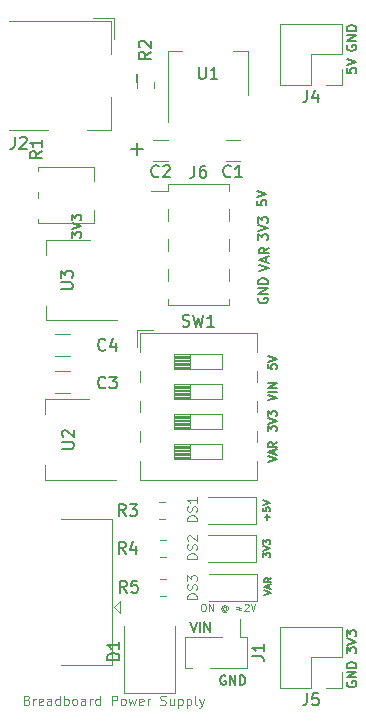
<source format=gto>
G04 #@! TF.GenerationSoftware,KiCad,Pcbnew,(5.1.4)-1*
G04 #@! TF.CreationDate,2021-06-12T17:19:05+05:30*
G04 #@! TF.ProjectId,Breadboard_Power_Supply,42726561-6462-46f6-9172-645f506f7765,1*
G04 #@! TF.SameCoordinates,Original*
G04 #@! TF.FileFunction,Legend,Top*
G04 #@! TF.FilePolarity,Positive*
%FSLAX46Y46*%
G04 Gerber Fmt 4.6, Leading zero omitted, Abs format (unit mm)*
G04 Created by KiCad (PCBNEW (5.1.4)-1) date 2021-06-12 17:19:05*
%MOMM*%
%LPD*%
G04 APERTURE LIST*
%ADD10C,0.080000*%
%ADD11C,0.100000*%
%ADD12C,0.150000*%
%ADD13C,0.120000*%
G04 APERTURE END LIST*
D10*
X149071428Y-110521428D02*
X149185714Y-110521428D01*
X149242857Y-110550000D01*
X149300000Y-110607142D01*
X149328571Y-110721428D01*
X149328571Y-110921428D01*
X149300000Y-111035714D01*
X149242857Y-111092857D01*
X149185714Y-111121428D01*
X149071428Y-111121428D01*
X149014285Y-111092857D01*
X148957142Y-111035714D01*
X148928571Y-110921428D01*
X148928571Y-110721428D01*
X148957142Y-110607142D01*
X149014285Y-110550000D01*
X149071428Y-110521428D01*
X149585714Y-111121428D02*
X149585714Y-110521428D01*
X149928571Y-111121428D01*
X149928571Y-110521428D01*
X151042857Y-110835714D02*
X151014285Y-110807142D01*
X150957142Y-110778571D01*
X150900000Y-110778571D01*
X150842857Y-110807142D01*
X150814285Y-110835714D01*
X150785714Y-110892857D01*
X150785714Y-110950000D01*
X150814285Y-111007142D01*
X150842857Y-111035714D01*
X150900000Y-111064285D01*
X150957142Y-111064285D01*
X151014285Y-111035714D01*
X151042857Y-111007142D01*
X151042857Y-110778571D02*
X151042857Y-111007142D01*
X151071428Y-111035714D01*
X151100000Y-111035714D01*
X151157142Y-111007142D01*
X151185714Y-110950000D01*
X151185714Y-110807142D01*
X151128571Y-110721428D01*
X151042857Y-110664285D01*
X150928571Y-110635714D01*
X150814285Y-110664285D01*
X150728571Y-110721428D01*
X150671428Y-110807142D01*
X150642857Y-110921428D01*
X150671428Y-111035714D01*
X150728571Y-111121428D01*
X150814285Y-111178571D01*
X150928571Y-111207142D01*
X151042857Y-111178571D01*
X151128571Y-111121428D01*
X151900000Y-110978571D02*
X151928571Y-110950000D01*
X152014285Y-110921428D01*
X152100000Y-110950000D01*
X152157142Y-111007142D01*
X152242857Y-111035714D01*
X152328571Y-111007142D01*
X152357142Y-110978571D01*
X151900000Y-110807142D02*
X151928571Y-110778571D01*
X152014285Y-110750000D01*
X152100000Y-110778571D01*
X152157142Y-110835714D01*
X152242857Y-110864285D01*
X152328571Y-110835714D01*
X152357142Y-110807142D01*
X152614285Y-110578571D02*
X152642857Y-110550000D01*
X152700000Y-110521428D01*
X152842857Y-110521428D01*
X152900000Y-110550000D01*
X152928571Y-110578571D01*
X152957142Y-110635714D01*
X152957142Y-110692857D01*
X152928571Y-110778571D01*
X152585714Y-111121428D01*
X152957142Y-111121428D01*
X153128571Y-110521428D02*
X153328571Y-111121428D01*
X153528571Y-110521428D01*
D11*
X134185714Y-118642857D02*
X134300000Y-118680952D01*
X134338095Y-118719047D01*
X134376190Y-118795238D01*
X134376190Y-118909523D01*
X134338095Y-118985714D01*
X134300000Y-119023809D01*
X134223809Y-119061904D01*
X133919047Y-119061904D01*
X133919047Y-118261904D01*
X134185714Y-118261904D01*
X134261904Y-118300000D01*
X134300000Y-118338095D01*
X134338095Y-118414285D01*
X134338095Y-118490476D01*
X134300000Y-118566666D01*
X134261904Y-118604761D01*
X134185714Y-118642857D01*
X133919047Y-118642857D01*
X134719047Y-119061904D02*
X134719047Y-118528571D01*
X134719047Y-118680952D02*
X134757142Y-118604761D01*
X134795238Y-118566666D01*
X134871428Y-118528571D01*
X134947619Y-118528571D01*
X135519047Y-119023809D02*
X135442857Y-119061904D01*
X135290476Y-119061904D01*
X135214285Y-119023809D01*
X135176190Y-118947619D01*
X135176190Y-118642857D01*
X135214285Y-118566666D01*
X135290476Y-118528571D01*
X135442857Y-118528571D01*
X135519047Y-118566666D01*
X135557142Y-118642857D01*
X135557142Y-118719047D01*
X135176190Y-118795238D01*
X136242857Y-119061904D02*
X136242857Y-118642857D01*
X136204761Y-118566666D01*
X136128571Y-118528571D01*
X135976190Y-118528571D01*
X135900000Y-118566666D01*
X136242857Y-119023809D02*
X136166666Y-119061904D01*
X135976190Y-119061904D01*
X135900000Y-119023809D01*
X135861904Y-118947619D01*
X135861904Y-118871428D01*
X135900000Y-118795238D01*
X135976190Y-118757142D01*
X136166666Y-118757142D01*
X136242857Y-118719047D01*
X136966666Y-119061904D02*
X136966666Y-118261904D01*
X136966666Y-119023809D02*
X136890476Y-119061904D01*
X136738095Y-119061904D01*
X136661904Y-119023809D01*
X136623809Y-118985714D01*
X136585714Y-118909523D01*
X136585714Y-118680952D01*
X136623809Y-118604761D01*
X136661904Y-118566666D01*
X136738095Y-118528571D01*
X136890476Y-118528571D01*
X136966666Y-118566666D01*
X137347619Y-119061904D02*
X137347619Y-118261904D01*
X137347619Y-118566666D02*
X137423809Y-118528571D01*
X137576190Y-118528571D01*
X137652380Y-118566666D01*
X137690476Y-118604761D01*
X137728571Y-118680952D01*
X137728571Y-118909523D01*
X137690476Y-118985714D01*
X137652380Y-119023809D01*
X137576190Y-119061904D01*
X137423809Y-119061904D01*
X137347619Y-119023809D01*
X138185714Y-119061904D02*
X138109523Y-119023809D01*
X138071428Y-118985714D01*
X138033333Y-118909523D01*
X138033333Y-118680952D01*
X138071428Y-118604761D01*
X138109523Y-118566666D01*
X138185714Y-118528571D01*
X138300000Y-118528571D01*
X138376190Y-118566666D01*
X138414285Y-118604761D01*
X138452380Y-118680952D01*
X138452380Y-118909523D01*
X138414285Y-118985714D01*
X138376190Y-119023809D01*
X138300000Y-119061904D01*
X138185714Y-119061904D01*
X139138095Y-119061904D02*
X139138095Y-118642857D01*
X139100000Y-118566666D01*
X139023809Y-118528571D01*
X138871428Y-118528571D01*
X138795238Y-118566666D01*
X139138095Y-119023809D02*
X139061904Y-119061904D01*
X138871428Y-119061904D01*
X138795238Y-119023809D01*
X138757142Y-118947619D01*
X138757142Y-118871428D01*
X138795238Y-118795238D01*
X138871428Y-118757142D01*
X139061904Y-118757142D01*
X139138095Y-118719047D01*
X139519047Y-119061904D02*
X139519047Y-118528571D01*
X139519047Y-118680952D02*
X139557142Y-118604761D01*
X139595238Y-118566666D01*
X139671428Y-118528571D01*
X139747619Y-118528571D01*
X140357142Y-119061904D02*
X140357142Y-118261904D01*
X140357142Y-119023809D02*
X140280952Y-119061904D01*
X140128571Y-119061904D01*
X140052380Y-119023809D01*
X140014285Y-118985714D01*
X139976190Y-118909523D01*
X139976190Y-118680952D01*
X140014285Y-118604761D01*
X140052380Y-118566666D01*
X140128571Y-118528571D01*
X140280952Y-118528571D01*
X140357142Y-118566666D01*
X141347619Y-119061904D02*
X141347619Y-118261904D01*
X141652380Y-118261904D01*
X141728571Y-118300000D01*
X141766666Y-118338095D01*
X141804761Y-118414285D01*
X141804761Y-118528571D01*
X141766666Y-118604761D01*
X141728571Y-118642857D01*
X141652380Y-118680952D01*
X141347619Y-118680952D01*
X142261904Y-119061904D02*
X142185714Y-119023809D01*
X142147619Y-118985714D01*
X142109523Y-118909523D01*
X142109523Y-118680952D01*
X142147619Y-118604761D01*
X142185714Y-118566666D01*
X142261904Y-118528571D01*
X142376190Y-118528571D01*
X142452380Y-118566666D01*
X142490476Y-118604761D01*
X142528571Y-118680952D01*
X142528571Y-118909523D01*
X142490476Y-118985714D01*
X142452380Y-119023809D01*
X142376190Y-119061904D01*
X142261904Y-119061904D01*
X142795238Y-118528571D02*
X142947619Y-119061904D01*
X143100000Y-118680952D01*
X143252380Y-119061904D01*
X143404761Y-118528571D01*
X144014285Y-119023809D02*
X143938095Y-119061904D01*
X143785714Y-119061904D01*
X143709523Y-119023809D01*
X143671428Y-118947619D01*
X143671428Y-118642857D01*
X143709523Y-118566666D01*
X143785714Y-118528571D01*
X143938095Y-118528571D01*
X144014285Y-118566666D01*
X144052380Y-118642857D01*
X144052380Y-118719047D01*
X143671428Y-118795238D01*
X144395238Y-119061904D02*
X144395238Y-118528571D01*
X144395238Y-118680952D02*
X144433333Y-118604761D01*
X144471428Y-118566666D01*
X144547619Y-118528571D01*
X144623809Y-118528571D01*
X145461904Y-119023809D02*
X145576190Y-119061904D01*
X145766666Y-119061904D01*
X145842857Y-119023809D01*
X145880952Y-118985714D01*
X145919047Y-118909523D01*
X145919047Y-118833333D01*
X145880952Y-118757142D01*
X145842857Y-118719047D01*
X145766666Y-118680952D01*
X145614285Y-118642857D01*
X145538095Y-118604761D01*
X145500000Y-118566666D01*
X145461904Y-118490476D01*
X145461904Y-118414285D01*
X145500000Y-118338095D01*
X145538095Y-118300000D01*
X145614285Y-118261904D01*
X145804761Y-118261904D01*
X145919047Y-118300000D01*
X146604761Y-118528571D02*
X146604761Y-119061904D01*
X146261904Y-118528571D02*
X146261904Y-118947619D01*
X146300000Y-119023809D01*
X146376190Y-119061904D01*
X146490476Y-119061904D01*
X146566666Y-119023809D01*
X146604761Y-118985714D01*
X146985714Y-118528571D02*
X146985714Y-119328571D01*
X146985714Y-118566666D02*
X147061904Y-118528571D01*
X147214285Y-118528571D01*
X147290476Y-118566666D01*
X147328571Y-118604761D01*
X147366666Y-118680952D01*
X147366666Y-118909523D01*
X147328571Y-118985714D01*
X147290476Y-119023809D01*
X147214285Y-119061904D01*
X147061904Y-119061904D01*
X146985714Y-119023809D01*
X147709523Y-118528571D02*
X147709523Y-119328571D01*
X147709523Y-118566666D02*
X147785714Y-118528571D01*
X147938095Y-118528571D01*
X148014285Y-118566666D01*
X148052380Y-118604761D01*
X148090476Y-118680952D01*
X148090476Y-118909523D01*
X148052380Y-118985714D01*
X148014285Y-119023809D01*
X147938095Y-119061904D01*
X147785714Y-119061904D01*
X147709523Y-119023809D01*
X148547619Y-119061904D02*
X148471428Y-119023809D01*
X148433333Y-118947619D01*
X148433333Y-118261904D01*
X148776190Y-118528571D02*
X148966666Y-119061904D01*
X149157142Y-118528571D02*
X148966666Y-119061904D01*
X148890476Y-119252380D01*
X148852380Y-119290476D01*
X148776190Y-119328571D01*
D12*
X137961904Y-79490476D02*
X137961904Y-78995238D01*
X138266666Y-79261904D01*
X138266666Y-79147619D01*
X138304761Y-79071428D01*
X138342857Y-79033333D01*
X138419047Y-78995238D01*
X138609523Y-78995238D01*
X138685714Y-79033333D01*
X138723809Y-79071428D01*
X138761904Y-79147619D01*
X138761904Y-79376190D01*
X138723809Y-79452380D01*
X138685714Y-79490476D01*
X137961904Y-78766666D02*
X138761904Y-78500000D01*
X137961904Y-78233333D01*
X137961904Y-78042857D02*
X137961904Y-77547619D01*
X138266666Y-77814285D01*
X138266666Y-77700000D01*
X138304761Y-77623809D01*
X138342857Y-77585714D01*
X138419047Y-77547619D01*
X138609523Y-77547619D01*
X138685714Y-77585714D01*
X138723809Y-77623809D01*
X138761904Y-77700000D01*
X138761904Y-77928571D01*
X138723809Y-78004761D01*
X138685714Y-78042857D01*
X153861904Y-82309523D02*
X154661904Y-82042857D01*
X153861904Y-81776190D01*
X154433333Y-81547619D02*
X154433333Y-81166666D01*
X154661904Y-81623809D02*
X153861904Y-81357142D01*
X154661904Y-81090476D01*
X154661904Y-80366666D02*
X154280952Y-80633333D01*
X154661904Y-80823809D02*
X153861904Y-80823809D01*
X153861904Y-80519047D01*
X153900000Y-80442857D01*
X153938095Y-80404761D01*
X154014285Y-80366666D01*
X154128571Y-80366666D01*
X154204761Y-80404761D01*
X154242857Y-80442857D01*
X154280952Y-80519047D01*
X154280952Y-80823809D01*
X154616666Y-98483333D02*
X155316666Y-98250000D01*
X154616666Y-98016666D01*
X155116666Y-97816666D02*
X155116666Y-97483333D01*
X155316666Y-97883333D02*
X154616666Y-97650000D01*
X155316666Y-97416666D01*
X155316666Y-96783333D02*
X154983333Y-97016666D01*
X155316666Y-97183333D02*
X154616666Y-97183333D01*
X154616666Y-96916666D01*
X154650000Y-96850000D01*
X154683333Y-96816666D01*
X154750000Y-96783333D01*
X154850000Y-96783333D01*
X154916666Y-96816666D01*
X154950000Y-96850000D01*
X154983333Y-96916666D01*
X154983333Y-97183333D01*
X154271428Y-109757142D02*
X154871428Y-109557142D01*
X154271428Y-109357142D01*
X154700000Y-109185714D02*
X154700000Y-108900000D01*
X154871428Y-109242857D02*
X154271428Y-109042857D01*
X154871428Y-108842857D01*
X154871428Y-108300000D02*
X154585714Y-108500000D01*
X154871428Y-108642857D02*
X154271428Y-108642857D01*
X154271428Y-108414285D01*
X154300000Y-108357142D01*
X154328571Y-108328571D01*
X154385714Y-108300000D01*
X154471428Y-108300000D01*
X154528571Y-108328571D01*
X154557142Y-108357142D01*
X154585714Y-108414285D01*
X154585714Y-108642857D01*
X154542857Y-103371428D02*
X154542857Y-102914285D01*
X154771428Y-103142857D02*
X154314285Y-103142857D01*
X154171428Y-102342857D02*
X154171428Y-102628571D01*
X154457142Y-102657142D01*
X154428571Y-102628571D01*
X154400000Y-102571428D01*
X154400000Y-102428571D01*
X154428571Y-102371428D01*
X154457142Y-102342857D01*
X154514285Y-102314285D01*
X154657142Y-102314285D01*
X154714285Y-102342857D01*
X154742857Y-102371428D01*
X154771428Y-102428571D01*
X154771428Y-102571428D01*
X154742857Y-102628571D01*
X154714285Y-102657142D01*
X154171428Y-102142857D02*
X154771428Y-101942857D01*
X154171428Y-101742857D01*
X154171428Y-106542857D02*
X154171428Y-106171428D01*
X154400000Y-106371428D01*
X154400000Y-106285714D01*
X154428571Y-106228571D01*
X154457142Y-106200000D01*
X154514285Y-106171428D01*
X154657142Y-106171428D01*
X154714285Y-106200000D01*
X154742857Y-106228571D01*
X154771428Y-106285714D01*
X154771428Y-106457142D01*
X154742857Y-106514285D01*
X154714285Y-106542857D01*
X154171428Y-106000000D02*
X154771428Y-105800000D01*
X154171428Y-105600000D01*
X154171428Y-105457142D02*
X154171428Y-105085714D01*
X154400000Y-105285714D01*
X154400000Y-105200000D01*
X154428571Y-105142857D01*
X154457142Y-105114285D01*
X154514285Y-105085714D01*
X154657142Y-105085714D01*
X154714285Y-105114285D01*
X154742857Y-105142857D01*
X154771428Y-105200000D01*
X154771428Y-105371428D01*
X154742857Y-105428571D01*
X154714285Y-105457142D01*
X148023809Y-112061904D02*
X148290476Y-112861904D01*
X148557142Y-112061904D01*
X148823809Y-112861904D02*
X148823809Y-112061904D01*
X149204761Y-112861904D02*
X149204761Y-112061904D01*
X149661904Y-112861904D01*
X149661904Y-112061904D01*
X150990476Y-116600000D02*
X150914285Y-116561904D01*
X150800000Y-116561904D01*
X150685714Y-116600000D01*
X150609523Y-116676190D01*
X150571428Y-116752380D01*
X150533333Y-116904761D01*
X150533333Y-117019047D01*
X150571428Y-117171428D01*
X150609523Y-117247619D01*
X150685714Y-117323809D01*
X150800000Y-117361904D01*
X150876190Y-117361904D01*
X150990476Y-117323809D01*
X151028571Y-117285714D01*
X151028571Y-117019047D01*
X150876190Y-117019047D01*
X151371428Y-117361904D02*
X151371428Y-116561904D01*
X151828571Y-117361904D01*
X151828571Y-116561904D01*
X152209523Y-117361904D02*
X152209523Y-116561904D01*
X152400000Y-116561904D01*
X152514285Y-116600000D01*
X152590476Y-116676190D01*
X152628571Y-116752380D01*
X152666666Y-116904761D01*
X152666666Y-117019047D01*
X152628571Y-117171428D01*
X152590476Y-117247619D01*
X152514285Y-117323809D01*
X152400000Y-117361904D01*
X152209523Y-117361904D01*
X153800000Y-84609523D02*
X153761904Y-84685714D01*
X153761904Y-84800000D01*
X153800000Y-84914285D01*
X153876190Y-84990476D01*
X153952380Y-85028571D01*
X154104761Y-85066666D01*
X154219047Y-85066666D01*
X154371428Y-85028571D01*
X154447619Y-84990476D01*
X154523809Y-84914285D01*
X154561904Y-84800000D01*
X154561904Y-84723809D01*
X154523809Y-84609523D01*
X154485714Y-84571428D01*
X154219047Y-84571428D01*
X154219047Y-84723809D01*
X154561904Y-84228571D02*
X153761904Y-84228571D01*
X154561904Y-83771428D01*
X153761904Y-83771428D01*
X154561904Y-83390476D02*
X153761904Y-83390476D01*
X153761904Y-83200000D01*
X153800000Y-83085714D01*
X153876190Y-83009523D01*
X153952380Y-82971428D01*
X154104761Y-82933333D01*
X154219047Y-82933333D01*
X154371428Y-82971428D01*
X154447619Y-83009523D01*
X154523809Y-83085714D01*
X154561904Y-83200000D01*
X154561904Y-83390476D01*
X153761904Y-79690476D02*
X153761904Y-79195238D01*
X154066666Y-79461904D01*
X154066666Y-79347619D01*
X154104761Y-79271428D01*
X154142857Y-79233333D01*
X154219047Y-79195238D01*
X154409523Y-79195238D01*
X154485714Y-79233333D01*
X154523809Y-79271428D01*
X154561904Y-79347619D01*
X154561904Y-79576190D01*
X154523809Y-79652380D01*
X154485714Y-79690476D01*
X153761904Y-78966666D02*
X154561904Y-78700000D01*
X153761904Y-78433333D01*
X153761904Y-78242857D02*
X153761904Y-77747619D01*
X154066666Y-78014285D01*
X154066666Y-77900000D01*
X154104761Y-77823809D01*
X154142857Y-77785714D01*
X154219047Y-77747619D01*
X154409523Y-77747619D01*
X154485714Y-77785714D01*
X154523809Y-77823809D01*
X154561904Y-77900000D01*
X154561904Y-78128571D01*
X154523809Y-78204761D01*
X154485714Y-78242857D01*
X153661904Y-76352380D02*
X153661904Y-76733333D01*
X154042857Y-76771428D01*
X154004761Y-76733333D01*
X153966666Y-76657142D01*
X153966666Y-76466666D01*
X154004761Y-76390476D01*
X154042857Y-76352380D01*
X154119047Y-76314285D01*
X154309523Y-76314285D01*
X154385714Y-76352380D01*
X154423809Y-76390476D01*
X154461904Y-76466666D01*
X154461904Y-76657142D01*
X154423809Y-76733333D01*
X154385714Y-76771428D01*
X153661904Y-76085714D02*
X154461904Y-75819047D01*
X153661904Y-75552380D01*
X143525000Y-66300000D02*
X143525000Y-65600000D01*
X143000000Y-72000000D02*
X144000000Y-72000000D01*
X143525000Y-71500000D02*
X143525000Y-72500000D01*
X161300000Y-117109523D02*
X161261904Y-117185714D01*
X161261904Y-117300000D01*
X161300000Y-117414285D01*
X161376190Y-117490476D01*
X161452380Y-117528571D01*
X161604761Y-117566666D01*
X161719047Y-117566666D01*
X161871428Y-117528571D01*
X161947619Y-117490476D01*
X162023809Y-117414285D01*
X162061904Y-117300000D01*
X162061904Y-117223809D01*
X162023809Y-117109523D01*
X161985714Y-117071428D01*
X161719047Y-117071428D01*
X161719047Y-117223809D01*
X162061904Y-116728571D02*
X161261904Y-116728571D01*
X162061904Y-116271428D01*
X161261904Y-116271428D01*
X162061904Y-115890476D02*
X161261904Y-115890476D01*
X161261904Y-115700000D01*
X161300000Y-115585714D01*
X161376190Y-115509523D01*
X161452380Y-115471428D01*
X161604761Y-115433333D01*
X161719047Y-115433333D01*
X161871428Y-115471428D01*
X161947619Y-115509523D01*
X162023809Y-115585714D01*
X162061904Y-115700000D01*
X162061904Y-115890476D01*
X161300000Y-63209523D02*
X161261904Y-63285714D01*
X161261904Y-63400000D01*
X161300000Y-63514285D01*
X161376190Y-63590476D01*
X161452380Y-63628571D01*
X161604761Y-63666666D01*
X161719047Y-63666666D01*
X161871428Y-63628571D01*
X161947619Y-63590476D01*
X162023809Y-63514285D01*
X162061904Y-63400000D01*
X162061904Y-63323809D01*
X162023809Y-63209523D01*
X161985714Y-63171428D01*
X161719047Y-63171428D01*
X161719047Y-63323809D01*
X162061904Y-62828571D02*
X161261904Y-62828571D01*
X162061904Y-62371428D01*
X161261904Y-62371428D01*
X162061904Y-61990476D02*
X161261904Y-61990476D01*
X161261904Y-61800000D01*
X161300000Y-61685714D01*
X161376190Y-61609523D01*
X161452380Y-61571428D01*
X161604761Y-61533333D01*
X161719047Y-61533333D01*
X161871428Y-61571428D01*
X161947619Y-61609523D01*
X162023809Y-61685714D01*
X162061904Y-61800000D01*
X162061904Y-61990476D01*
X161261904Y-65152380D02*
X161261904Y-65533333D01*
X161642857Y-65571428D01*
X161604761Y-65533333D01*
X161566666Y-65457142D01*
X161566666Y-65266666D01*
X161604761Y-65190476D01*
X161642857Y-65152380D01*
X161719047Y-65114285D01*
X161909523Y-65114285D01*
X161985714Y-65152380D01*
X162023809Y-65190476D01*
X162061904Y-65266666D01*
X162061904Y-65457142D01*
X162023809Y-65533333D01*
X161985714Y-65571428D01*
X161261904Y-64885714D02*
X162061904Y-64619047D01*
X161261904Y-64352380D01*
X161261904Y-114690476D02*
X161261904Y-114195238D01*
X161566666Y-114461904D01*
X161566666Y-114347619D01*
X161604761Y-114271428D01*
X161642857Y-114233333D01*
X161719047Y-114195238D01*
X161909523Y-114195238D01*
X161985714Y-114233333D01*
X162023809Y-114271428D01*
X162061904Y-114347619D01*
X162061904Y-114576190D01*
X162023809Y-114652380D01*
X161985714Y-114690476D01*
X161261904Y-113966666D02*
X162061904Y-113700000D01*
X161261904Y-113433333D01*
X161261904Y-113242857D02*
X161261904Y-112747619D01*
X161566666Y-113014285D01*
X161566666Y-112900000D01*
X161604761Y-112823809D01*
X161642857Y-112785714D01*
X161719047Y-112747619D01*
X161909523Y-112747619D01*
X161985714Y-112785714D01*
X162023809Y-112823809D01*
X162061904Y-112900000D01*
X162061904Y-113128571D01*
X162023809Y-113204761D01*
X161985714Y-113242857D01*
X154616666Y-95866666D02*
X154616666Y-95433333D01*
X154883333Y-95666666D01*
X154883333Y-95566666D01*
X154916666Y-95500000D01*
X154950000Y-95466666D01*
X155016666Y-95433333D01*
X155183333Y-95433333D01*
X155250000Y-95466666D01*
X155283333Y-95500000D01*
X155316666Y-95566666D01*
X155316666Y-95766666D01*
X155283333Y-95833333D01*
X155250000Y-95866666D01*
X154616666Y-95233333D02*
X155316666Y-95000000D01*
X154616666Y-94766666D01*
X154616666Y-94600000D02*
X154616666Y-94166666D01*
X154883333Y-94400000D01*
X154883333Y-94300000D01*
X154916666Y-94233333D01*
X154950000Y-94200000D01*
X155016666Y-94166666D01*
X155183333Y-94166666D01*
X155250000Y-94200000D01*
X155283333Y-94233333D01*
X155316666Y-94300000D01*
X155316666Y-94500000D01*
X155283333Y-94566666D01*
X155250000Y-94600000D01*
X154616666Y-90233333D02*
X154616666Y-90566666D01*
X154950000Y-90600000D01*
X154916666Y-90566666D01*
X154883333Y-90500000D01*
X154883333Y-90333333D01*
X154916666Y-90266666D01*
X154950000Y-90233333D01*
X155016666Y-90200000D01*
X155183333Y-90200000D01*
X155250000Y-90233333D01*
X155283333Y-90266666D01*
X155316666Y-90333333D01*
X155316666Y-90500000D01*
X155283333Y-90566666D01*
X155250000Y-90600000D01*
X154616666Y-90000000D02*
X155316666Y-89766666D01*
X154616666Y-89533333D01*
X154616666Y-93266666D02*
X155316666Y-93033333D01*
X154616666Y-92800000D01*
X155316666Y-92566666D02*
X154616666Y-92566666D01*
X155316666Y-92233333D02*
X154616666Y-92233333D01*
X155316666Y-91833333D01*
X154616666Y-91833333D01*
D13*
X142400000Y-118050000D02*
X142400000Y-112350000D01*
X146700000Y-118050000D02*
X146700000Y-112350000D01*
X142400000Y-118050000D02*
X146700000Y-118050000D01*
X135130000Y-73530000D02*
X139870000Y-73530000D01*
X135130000Y-78270000D02*
X139870000Y-78270000D01*
X139870000Y-74660000D02*
X139870000Y-73530000D01*
X139870000Y-78270000D02*
X139870000Y-77140000D01*
X135130000Y-76159000D02*
X135130000Y-75640000D01*
X135130000Y-78270000D02*
X135130000Y-77939000D01*
X135130000Y-73860000D02*
X135130000Y-73530000D01*
X146090000Y-69700000D02*
X146090000Y-63690000D01*
X152910000Y-67450000D02*
X152910000Y-63690000D01*
X146090000Y-63690000D02*
X147350000Y-63690000D01*
X152910000Y-63690000D02*
X151650000Y-63690000D01*
X148023333Y-96975000D02*
X148023333Y-98245000D01*
X146670000Y-98175000D02*
X148023333Y-98175000D01*
X146670000Y-98055000D02*
X148023333Y-98055000D01*
X146670000Y-97935000D02*
X148023333Y-97935000D01*
X146670000Y-97815000D02*
X148023333Y-97815000D01*
X146670000Y-97695000D02*
X148023333Y-97695000D01*
X146670000Y-97575000D02*
X148023333Y-97575000D01*
X146670000Y-97455000D02*
X148023333Y-97455000D01*
X146670000Y-97335000D02*
X148023333Y-97335000D01*
X146670000Y-97215000D02*
X148023333Y-97215000D01*
X146670000Y-97095000D02*
X148023333Y-97095000D01*
X150730000Y-96975000D02*
X146670000Y-96975000D01*
X150730000Y-98245000D02*
X150730000Y-96975000D01*
X146670000Y-98245000D02*
X150730000Y-98245000D01*
X146670000Y-96975000D02*
X146670000Y-98245000D01*
X148023333Y-94435000D02*
X148023333Y-95705000D01*
X146670000Y-95635000D02*
X148023333Y-95635000D01*
X146670000Y-95515000D02*
X148023333Y-95515000D01*
X146670000Y-95395000D02*
X148023333Y-95395000D01*
X146670000Y-95275000D02*
X148023333Y-95275000D01*
X146670000Y-95155000D02*
X148023333Y-95155000D01*
X146670000Y-95035000D02*
X148023333Y-95035000D01*
X146670000Y-94915000D02*
X148023333Y-94915000D01*
X146670000Y-94795000D02*
X148023333Y-94795000D01*
X146670000Y-94675000D02*
X148023333Y-94675000D01*
X146670000Y-94555000D02*
X148023333Y-94555000D01*
X150730000Y-94435000D02*
X146670000Y-94435000D01*
X150730000Y-95705000D02*
X150730000Y-94435000D01*
X146670000Y-95705000D02*
X150730000Y-95705000D01*
X146670000Y-94435000D02*
X146670000Y-95705000D01*
X148023333Y-91895000D02*
X148023333Y-93165000D01*
X146670000Y-93095000D02*
X148023333Y-93095000D01*
X146670000Y-92975000D02*
X148023333Y-92975000D01*
X146670000Y-92855000D02*
X148023333Y-92855000D01*
X146670000Y-92735000D02*
X148023333Y-92735000D01*
X146670000Y-92615000D02*
X148023333Y-92615000D01*
X146670000Y-92495000D02*
X148023333Y-92495000D01*
X146670000Y-92375000D02*
X148023333Y-92375000D01*
X146670000Y-92255000D02*
X148023333Y-92255000D01*
X146670000Y-92135000D02*
X148023333Y-92135000D01*
X146670000Y-92015000D02*
X148023333Y-92015000D01*
X150730000Y-91895000D02*
X146670000Y-91895000D01*
X150730000Y-93165000D02*
X150730000Y-91895000D01*
X146670000Y-93165000D02*
X150730000Y-93165000D01*
X146670000Y-91895000D02*
X146670000Y-93165000D01*
X148023333Y-89355000D02*
X148023333Y-90625000D01*
X146670000Y-90555000D02*
X148023333Y-90555000D01*
X146670000Y-90435000D02*
X148023333Y-90435000D01*
X146670000Y-90315000D02*
X148023333Y-90315000D01*
X146670000Y-90195000D02*
X148023333Y-90195000D01*
X146670000Y-90075000D02*
X148023333Y-90075000D01*
X146670000Y-89955000D02*
X148023333Y-89955000D01*
X146670000Y-89835000D02*
X148023333Y-89835000D01*
X146670000Y-89715000D02*
X148023333Y-89715000D01*
X146670000Y-89595000D02*
X148023333Y-89595000D01*
X146670000Y-89475000D02*
X148023333Y-89475000D01*
X150730000Y-89355000D02*
X146670000Y-89355000D01*
X150730000Y-90625000D02*
X150730000Y-89355000D01*
X146670000Y-90625000D02*
X150730000Y-90625000D01*
X146670000Y-89355000D02*
X146670000Y-90625000D01*
X143510000Y-87330000D02*
X143510000Y-88713000D01*
X143510000Y-87330000D02*
X144894000Y-87330000D01*
X153650000Y-90790000D02*
X153650000Y-91730000D01*
X153650000Y-87570000D02*
X153650000Y-89190000D01*
X153650000Y-93330000D02*
X153650000Y-94270000D01*
X153650000Y-95870000D02*
X153650000Y-96810000D01*
X153650000Y-98410000D02*
X153650000Y-100030000D01*
X143750000Y-98410000D02*
X143750000Y-100030000D01*
X143750000Y-95870000D02*
X143750000Y-96810000D01*
X143750000Y-93330000D02*
X143750000Y-94270000D01*
X143750000Y-90790000D02*
X143750000Y-91730000D01*
X143750000Y-87570000D02*
X143750000Y-89190000D01*
X143750000Y-100030000D02*
X153650000Y-100030000D01*
X143750000Y-87570000D02*
X153650000Y-87570000D01*
X145438748Y-109810000D02*
X145961252Y-109810000D01*
X145438748Y-108390000D02*
X145961252Y-108390000D01*
X143490000Y-66338748D02*
X143490000Y-66861252D01*
X144910000Y-66338748D02*
X144910000Y-66861252D01*
X151300000Y-82130000D02*
X151300000Y-83150000D01*
X146100000Y-82130000D02*
X146100000Y-83150000D01*
X151300000Y-79590000D02*
X151300000Y-80610000D01*
X146100000Y-79590000D02*
X146100000Y-80610000D01*
X151300000Y-77050000D02*
X151300000Y-78070000D01*
X146100000Y-77050000D02*
X146100000Y-78070000D01*
X151300000Y-84670000D02*
X151300000Y-85240000D01*
X146100000Y-84670000D02*
X146100000Y-85240000D01*
X151300000Y-74960000D02*
X151300000Y-75530000D01*
X146100000Y-74960000D02*
X146100000Y-75530000D01*
X144660000Y-75530000D02*
X146100000Y-75530000D01*
X146100000Y-85240000D02*
X151300000Y-85240000D01*
X146100000Y-74960000D02*
X151300000Y-74960000D01*
X153660000Y-107965000D02*
X149600000Y-107965000D01*
X153660000Y-110235000D02*
X153660000Y-107965000D01*
X149600000Y-110235000D02*
X153660000Y-110235000D01*
X146102064Y-71190000D02*
X144897936Y-71190000D01*
X146102064Y-73010000D02*
X144897936Y-73010000D01*
X152202064Y-71190000D02*
X150997936Y-71190000D01*
X152202064Y-73010000D02*
X150997936Y-73010000D01*
X160830000Y-117630000D02*
X159500000Y-117630000D01*
X160830000Y-116300000D02*
X160830000Y-117630000D01*
X158230000Y-117630000D02*
X155630000Y-117630000D01*
X158230000Y-115030000D02*
X158230000Y-117630000D01*
X160830000Y-115030000D02*
X158230000Y-115030000D01*
X155630000Y-117630000D02*
X155630000Y-112430000D01*
X160830000Y-115030000D02*
X160830000Y-112430000D01*
X160830000Y-112430000D02*
X155630000Y-112430000D01*
X160830000Y-66580000D02*
X159500000Y-66580000D01*
X160830000Y-65250000D02*
X160830000Y-66580000D01*
X158230000Y-66580000D02*
X155630000Y-66580000D01*
X158230000Y-63980000D02*
X158230000Y-66580000D01*
X160830000Y-63980000D02*
X158230000Y-63980000D01*
X155630000Y-66580000D02*
X155630000Y-61380000D01*
X160830000Y-63980000D02*
X160830000Y-61380000D01*
X160830000Y-61380000D02*
X155630000Y-61380000D01*
X145438748Y-106510000D02*
X145961252Y-106510000D01*
X145438748Y-105090000D02*
X145961252Y-105090000D01*
X145338748Y-103310000D02*
X145861252Y-103310000D01*
X145338748Y-101890000D02*
X145861252Y-101890000D01*
X150710000Y-113270000D02*
X147600000Y-113270000D01*
X148170000Y-115930000D02*
X147600000Y-115930000D01*
X152800000Y-113270000D02*
X152230000Y-113270000D01*
X152230000Y-113270000D02*
X152230000Y-111750000D01*
X152800000Y-115930000D02*
X149690000Y-115930000D01*
X147600000Y-113270000D02*
X147600000Y-115930000D01*
X152800000Y-113270000D02*
X152800000Y-115930000D01*
X153560000Y-104665000D02*
X149500000Y-104665000D01*
X153560000Y-106935000D02*
X153560000Y-104665000D01*
X149500000Y-106935000D02*
X153560000Y-106935000D01*
X153560000Y-101465000D02*
X149500000Y-101465000D01*
X153560000Y-103735000D02*
X153560000Y-101465000D01*
X149500000Y-103735000D02*
X153560000Y-103735000D01*
X136597936Y-89510000D02*
X137802064Y-89510000D01*
X136597936Y-87690000D02*
X137802064Y-87690000D01*
X136597936Y-92610000D02*
X137802064Y-92610000D01*
X136597936Y-90790000D02*
X137802064Y-90790000D01*
X137090000Y-115660000D02*
X141350000Y-115660000D01*
X141350000Y-115660000D02*
X141350000Y-103340000D01*
X141350000Y-103340000D02*
X137090000Y-103340000D01*
X141570000Y-110750000D02*
X142070000Y-111250000D01*
X142070000Y-111250000D02*
X142070000Y-110250000D01*
X142070000Y-110250000D02*
X141570000Y-110750000D01*
X141540000Y-60910000D02*
X141540000Y-62650000D01*
X139800000Y-60910000D02*
X141540000Y-60910000D01*
X141300000Y-70350000D02*
X139300000Y-70350000D01*
X141300000Y-67550000D02*
X141300000Y-70350000D01*
X141300000Y-61150000D02*
X141300000Y-63950000D01*
X141300000Y-61150000D02*
X132700000Y-61150000D01*
X136000000Y-70350000D02*
X132700000Y-70350000D01*
X141800000Y-86510000D02*
X135790000Y-86510000D01*
X139550000Y-79690000D02*
X135790000Y-79690000D01*
X135790000Y-86510000D02*
X135790000Y-85250000D01*
X135790000Y-79690000D02*
X135790000Y-80950000D01*
X141700000Y-100010000D02*
X135690000Y-100010000D01*
X139450000Y-93190000D02*
X135690000Y-93190000D01*
X135690000Y-100010000D02*
X135690000Y-98750000D01*
X135690000Y-93190000D02*
X135690000Y-94450000D01*
D12*
X142002380Y-115238095D02*
X141002380Y-115238095D01*
X141002380Y-115000000D01*
X141050000Y-114857142D01*
X141145238Y-114761904D01*
X141240476Y-114714285D01*
X141430952Y-114666666D01*
X141573809Y-114666666D01*
X141764285Y-114714285D01*
X141859523Y-114761904D01*
X141954761Y-114857142D01*
X142002380Y-115000000D01*
X142002380Y-115238095D01*
X142002380Y-113714285D02*
X142002380Y-114285714D01*
X142002380Y-114000000D02*
X141002380Y-114000000D01*
X141145238Y-114095238D01*
X141240476Y-114190476D01*
X141288095Y-114285714D01*
X135452380Y-72166666D02*
X134976190Y-72500000D01*
X135452380Y-72738095D02*
X134452380Y-72738095D01*
X134452380Y-72357142D01*
X134500000Y-72261904D01*
X134547619Y-72214285D01*
X134642857Y-72166666D01*
X134785714Y-72166666D01*
X134880952Y-72214285D01*
X134928571Y-72261904D01*
X134976190Y-72357142D01*
X134976190Y-72738095D01*
X135452380Y-71214285D02*
X135452380Y-71785714D01*
X135452380Y-71500000D02*
X134452380Y-71500000D01*
X134595238Y-71595238D01*
X134690476Y-71690476D01*
X134738095Y-71785714D01*
X148738095Y-65052380D02*
X148738095Y-65861904D01*
X148785714Y-65957142D01*
X148833333Y-66004761D01*
X148928571Y-66052380D01*
X149119047Y-66052380D01*
X149214285Y-66004761D01*
X149261904Y-65957142D01*
X149309523Y-65861904D01*
X149309523Y-65052380D01*
X150309523Y-66052380D02*
X149738095Y-66052380D01*
X150023809Y-66052380D02*
X150023809Y-65052380D01*
X149928571Y-65195238D01*
X149833333Y-65290476D01*
X149738095Y-65338095D01*
X147366666Y-86974761D02*
X147509523Y-87022380D01*
X147747619Y-87022380D01*
X147842857Y-86974761D01*
X147890476Y-86927142D01*
X147938095Y-86831904D01*
X147938095Y-86736666D01*
X147890476Y-86641428D01*
X147842857Y-86593809D01*
X147747619Y-86546190D01*
X147557142Y-86498571D01*
X147461904Y-86450952D01*
X147414285Y-86403333D01*
X147366666Y-86308095D01*
X147366666Y-86212857D01*
X147414285Y-86117619D01*
X147461904Y-86070000D01*
X147557142Y-86022380D01*
X147795238Y-86022380D01*
X147938095Y-86070000D01*
X148271428Y-86022380D02*
X148509523Y-87022380D01*
X148700000Y-86308095D01*
X148890476Y-87022380D01*
X149128571Y-86022380D01*
X150033333Y-87022380D02*
X149461904Y-87022380D01*
X149747619Y-87022380D02*
X149747619Y-86022380D01*
X149652380Y-86165238D01*
X149557142Y-86260476D01*
X149461904Y-86308095D01*
X142633333Y-109552380D02*
X142300000Y-109076190D01*
X142061904Y-109552380D02*
X142061904Y-108552380D01*
X142442857Y-108552380D01*
X142538095Y-108600000D01*
X142585714Y-108647619D01*
X142633333Y-108742857D01*
X142633333Y-108885714D01*
X142585714Y-108980952D01*
X142538095Y-109028571D01*
X142442857Y-109076190D01*
X142061904Y-109076190D01*
X143538095Y-108552380D02*
X143061904Y-108552380D01*
X143014285Y-109028571D01*
X143061904Y-108980952D01*
X143157142Y-108933333D01*
X143395238Y-108933333D01*
X143490476Y-108980952D01*
X143538095Y-109028571D01*
X143585714Y-109123809D01*
X143585714Y-109361904D01*
X143538095Y-109457142D01*
X143490476Y-109504761D01*
X143395238Y-109552380D01*
X143157142Y-109552380D01*
X143061904Y-109504761D01*
X143014285Y-109457142D01*
X144652380Y-63766666D02*
X144176190Y-64100000D01*
X144652380Y-64338095D02*
X143652380Y-64338095D01*
X143652380Y-63957142D01*
X143700000Y-63861904D01*
X143747619Y-63814285D01*
X143842857Y-63766666D01*
X143985714Y-63766666D01*
X144080952Y-63814285D01*
X144128571Y-63861904D01*
X144176190Y-63957142D01*
X144176190Y-64338095D01*
X143747619Y-63385714D02*
X143700000Y-63338095D01*
X143652380Y-63242857D01*
X143652380Y-63004761D01*
X143700000Y-62909523D01*
X143747619Y-62861904D01*
X143842857Y-62814285D01*
X143938095Y-62814285D01*
X144080952Y-62861904D01*
X144652380Y-63433333D01*
X144652380Y-62814285D01*
X148366666Y-73412380D02*
X148366666Y-74126666D01*
X148319047Y-74269523D01*
X148223809Y-74364761D01*
X148080952Y-74412380D01*
X147985714Y-74412380D01*
X149271428Y-73412380D02*
X149080952Y-73412380D01*
X148985714Y-73460000D01*
X148938095Y-73507619D01*
X148842857Y-73650476D01*
X148795238Y-73840952D01*
X148795238Y-74221904D01*
X148842857Y-74317142D01*
X148890476Y-74364761D01*
X148985714Y-74412380D01*
X149176190Y-74412380D01*
X149271428Y-74364761D01*
X149319047Y-74317142D01*
X149366666Y-74221904D01*
X149366666Y-73983809D01*
X149319047Y-73888571D01*
X149271428Y-73840952D01*
X149176190Y-73793333D01*
X148985714Y-73793333D01*
X148890476Y-73840952D01*
X148842857Y-73888571D01*
X148795238Y-73983809D01*
D11*
X148561904Y-110071428D02*
X147761904Y-110071428D01*
X147761904Y-109880952D01*
X147800000Y-109766666D01*
X147876190Y-109690476D01*
X147952380Y-109652380D01*
X148104761Y-109614285D01*
X148219047Y-109614285D01*
X148371428Y-109652380D01*
X148447619Y-109690476D01*
X148523809Y-109766666D01*
X148561904Y-109880952D01*
X148561904Y-110071428D01*
X148523809Y-109309523D02*
X148561904Y-109195238D01*
X148561904Y-109004761D01*
X148523809Y-108928571D01*
X148485714Y-108890476D01*
X148409523Y-108852380D01*
X148333333Y-108852380D01*
X148257142Y-108890476D01*
X148219047Y-108928571D01*
X148180952Y-109004761D01*
X148142857Y-109157142D01*
X148104761Y-109233333D01*
X148066666Y-109271428D01*
X147990476Y-109309523D01*
X147914285Y-109309523D01*
X147838095Y-109271428D01*
X147800000Y-109233333D01*
X147761904Y-109157142D01*
X147761904Y-108966666D01*
X147800000Y-108852380D01*
X147761904Y-108585714D02*
X147761904Y-108090476D01*
X148066666Y-108357142D01*
X148066666Y-108242857D01*
X148104761Y-108166666D01*
X148142857Y-108128571D01*
X148219047Y-108090476D01*
X148409523Y-108090476D01*
X148485714Y-108128571D01*
X148523809Y-108166666D01*
X148561904Y-108242857D01*
X148561904Y-108471428D01*
X148523809Y-108547619D01*
X148485714Y-108585714D01*
D12*
X145333333Y-74277142D02*
X145285714Y-74324761D01*
X145142857Y-74372380D01*
X145047619Y-74372380D01*
X144904761Y-74324761D01*
X144809523Y-74229523D01*
X144761904Y-74134285D01*
X144714285Y-73943809D01*
X144714285Y-73800952D01*
X144761904Y-73610476D01*
X144809523Y-73515238D01*
X144904761Y-73420000D01*
X145047619Y-73372380D01*
X145142857Y-73372380D01*
X145285714Y-73420000D01*
X145333333Y-73467619D01*
X145714285Y-73467619D02*
X145761904Y-73420000D01*
X145857142Y-73372380D01*
X146095238Y-73372380D01*
X146190476Y-73420000D01*
X146238095Y-73467619D01*
X146285714Y-73562857D01*
X146285714Y-73658095D01*
X146238095Y-73800952D01*
X145666666Y-74372380D01*
X146285714Y-74372380D01*
X151433333Y-74277142D02*
X151385714Y-74324761D01*
X151242857Y-74372380D01*
X151147619Y-74372380D01*
X151004761Y-74324761D01*
X150909523Y-74229523D01*
X150861904Y-74134285D01*
X150814285Y-73943809D01*
X150814285Y-73800952D01*
X150861904Y-73610476D01*
X150909523Y-73515238D01*
X151004761Y-73420000D01*
X151147619Y-73372380D01*
X151242857Y-73372380D01*
X151385714Y-73420000D01*
X151433333Y-73467619D01*
X152385714Y-74372380D02*
X151814285Y-74372380D01*
X152100000Y-74372380D02*
X152100000Y-73372380D01*
X152004761Y-73515238D01*
X151909523Y-73610476D01*
X151814285Y-73658095D01*
X157896666Y-118082380D02*
X157896666Y-118796666D01*
X157849047Y-118939523D01*
X157753809Y-119034761D01*
X157610952Y-119082380D01*
X157515714Y-119082380D01*
X158849047Y-118082380D02*
X158372857Y-118082380D01*
X158325238Y-118558571D01*
X158372857Y-118510952D01*
X158468095Y-118463333D01*
X158706190Y-118463333D01*
X158801428Y-118510952D01*
X158849047Y-118558571D01*
X158896666Y-118653809D01*
X158896666Y-118891904D01*
X158849047Y-118987142D01*
X158801428Y-119034761D01*
X158706190Y-119082380D01*
X158468095Y-119082380D01*
X158372857Y-119034761D01*
X158325238Y-118987142D01*
X157896666Y-67032380D02*
X157896666Y-67746666D01*
X157849047Y-67889523D01*
X157753809Y-67984761D01*
X157610952Y-68032380D01*
X157515714Y-68032380D01*
X158801428Y-67365714D02*
X158801428Y-68032380D01*
X158563333Y-66984761D02*
X158325238Y-67699047D01*
X158944285Y-67699047D01*
X142533333Y-106252380D02*
X142200000Y-105776190D01*
X141961904Y-106252380D02*
X141961904Y-105252380D01*
X142342857Y-105252380D01*
X142438095Y-105300000D01*
X142485714Y-105347619D01*
X142533333Y-105442857D01*
X142533333Y-105585714D01*
X142485714Y-105680952D01*
X142438095Y-105728571D01*
X142342857Y-105776190D01*
X141961904Y-105776190D01*
X143390476Y-105585714D02*
X143390476Y-106252380D01*
X143152380Y-105204761D02*
X142914285Y-105919047D01*
X143533333Y-105919047D01*
X142533333Y-103052380D02*
X142200000Y-102576190D01*
X141961904Y-103052380D02*
X141961904Y-102052380D01*
X142342857Y-102052380D01*
X142438095Y-102100000D01*
X142485714Y-102147619D01*
X142533333Y-102242857D01*
X142533333Y-102385714D01*
X142485714Y-102480952D01*
X142438095Y-102528571D01*
X142342857Y-102576190D01*
X141961904Y-102576190D01*
X142866666Y-102052380D02*
X143485714Y-102052380D01*
X143152380Y-102433333D01*
X143295238Y-102433333D01*
X143390476Y-102480952D01*
X143438095Y-102528571D01*
X143485714Y-102623809D01*
X143485714Y-102861904D01*
X143438095Y-102957142D01*
X143390476Y-103004761D01*
X143295238Y-103052380D01*
X143009523Y-103052380D01*
X142914285Y-103004761D01*
X142866666Y-102957142D01*
X153252380Y-114933333D02*
X153966666Y-114933333D01*
X154109523Y-114980952D01*
X154204761Y-115076190D01*
X154252380Y-115219047D01*
X154252380Y-115314285D01*
X154252380Y-113933333D02*
X154252380Y-114504761D01*
X154252380Y-114219047D02*
X153252380Y-114219047D01*
X153395238Y-114314285D01*
X153490476Y-114409523D01*
X153538095Y-114504761D01*
D11*
X148561904Y-106671428D02*
X147761904Y-106671428D01*
X147761904Y-106480952D01*
X147800000Y-106366666D01*
X147876190Y-106290476D01*
X147952380Y-106252380D01*
X148104761Y-106214285D01*
X148219047Y-106214285D01*
X148371428Y-106252380D01*
X148447619Y-106290476D01*
X148523809Y-106366666D01*
X148561904Y-106480952D01*
X148561904Y-106671428D01*
X148523809Y-105909523D02*
X148561904Y-105795238D01*
X148561904Y-105604761D01*
X148523809Y-105528571D01*
X148485714Y-105490476D01*
X148409523Y-105452380D01*
X148333333Y-105452380D01*
X148257142Y-105490476D01*
X148219047Y-105528571D01*
X148180952Y-105604761D01*
X148142857Y-105757142D01*
X148104761Y-105833333D01*
X148066666Y-105871428D01*
X147990476Y-105909523D01*
X147914285Y-105909523D01*
X147838095Y-105871428D01*
X147800000Y-105833333D01*
X147761904Y-105757142D01*
X147761904Y-105566666D01*
X147800000Y-105452380D01*
X147838095Y-105147619D02*
X147800000Y-105109523D01*
X147761904Y-105033333D01*
X147761904Y-104842857D01*
X147800000Y-104766666D01*
X147838095Y-104728571D01*
X147914285Y-104690476D01*
X147990476Y-104690476D01*
X148104761Y-104728571D01*
X148561904Y-105185714D01*
X148561904Y-104690476D01*
X148561904Y-103471428D02*
X147761904Y-103471428D01*
X147761904Y-103280952D01*
X147800000Y-103166666D01*
X147876190Y-103090476D01*
X147952380Y-103052380D01*
X148104761Y-103014285D01*
X148219047Y-103014285D01*
X148371428Y-103052380D01*
X148447619Y-103090476D01*
X148523809Y-103166666D01*
X148561904Y-103280952D01*
X148561904Y-103471428D01*
X148523809Y-102709523D02*
X148561904Y-102595238D01*
X148561904Y-102404761D01*
X148523809Y-102328571D01*
X148485714Y-102290476D01*
X148409523Y-102252380D01*
X148333333Y-102252380D01*
X148257142Y-102290476D01*
X148219047Y-102328571D01*
X148180952Y-102404761D01*
X148142857Y-102557142D01*
X148104761Y-102633333D01*
X148066666Y-102671428D01*
X147990476Y-102709523D01*
X147914285Y-102709523D01*
X147838095Y-102671428D01*
X147800000Y-102633333D01*
X147761904Y-102557142D01*
X147761904Y-102366666D01*
X147800000Y-102252380D01*
X148561904Y-101490476D02*
X148561904Y-101947619D01*
X148561904Y-101719047D02*
X147761904Y-101719047D01*
X147876190Y-101795238D01*
X147952380Y-101871428D01*
X147990476Y-101947619D01*
D12*
X140833333Y-88957142D02*
X140785714Y-89004761D01*
X140642857Y-89052380D01*
X140547619Y-89052380D01*
X140404761Y-89004761D01*
X140309523Y-88909523D01*
X140261904Y-88814285D01*
X140214285Y-88623809D01*
X140214285Y-88480952D01*
X140261904Y-88290476D01*
X140309523Y-88195238D01*
X140404761Y-88100000D01*
X140547619Y-88052380D01*
X140642857Y-88052380D01*
X140785714Y-88100000D01*
X140833333Y-88147619D01*
X141690476Y-88385714D02*
X141690476Y-89052380D01*
X141452380Y-88004761D02*
X141214285Y-88719047D01*
X141833333Y-88719047D01*
X140833333Y-92157142D02*
X140785714Y-92204761D01*
X140642857Y-92252380D01*
X140547619Y-92252380D01*
X140404761Y-92204761D01*
X140309523Y-92109523D01*
X140261904Y-92014285D01*
X140214285Y-91823809D01*
X140214285Y-91680952D01*
X140261904Y-91490476D01*
X140309523Y-91395238D01*
X140404761Y-91300000D01*
X140547619Y-91252380D01*
X140642857Y-91252380D01*
X140785714Y-91300000D01*
X140833333Y-91347619D01*
X141166666Y-91252380D02*
X141785714Y-91252380D01*
X141452380Y-91633333D01*
X141595238Y-91633333D01*
X141690476Y-91680952D01*
X141738095Y-91728571D01*
X141785714Y-91823809D01*
X141785714Y-92061904D01*
X141738095Y-92157142D01*
X141690476Y-92204761D01*
X141595238Y-92252380D01*
X141309523Y-92252380D01*
X141214285Y-92204761D01*
X141166666Y-92157142D01*
X133166666Y-70952380D02*
X133166666Y-71666666D01*
X133119047Y-71809523D01*
X133023809Y-71904761D01*
X132880952Y-71952380D01*
X132785714Y-71952380D01*
X133595238Y-71047619D02*
X133642857Y-71000000D01*
X133738095Y-70952380D01*
X133976190Y-70952380D01*
X134071428Y-71000000D01*
X134119047Y-71047619D01*
X134166666Y-71142857D01*
X134166666Y-71238095D01*
X134119047Y-71380952D01*
X133547619Y-71952380D01*
X134166666Y-71952380D01*
X137052380Y-83861904D02*
X137861904Y-83861904D01*
X137957142Y-83814285D01*
X138004761Y-83766666D01*
X138052380Y-83671428D01*
X138052380Y-83480952D01*
X138004761Y-83385714D01*
X137957142Y-83338095D01*
X137861904Y-83290476D01*
X137052380Y-83290476D01*
X137052380Y-82909523D02*
X137052380Y-82290476D01*
X137433333Y-82623809D01*
X137433333Y-82480952D01*
X137480952Y-82385714D01*
X137528571Y-82338095D01*
X137623809Y-82290476D01*
X137861904Y-82290476D01*
X137957142Y-82338095D01*
X138004761Y-82385714D01*
X138052380Y-82480952D01*
X138052380Y-82766666D01*
X138004761Y-82861904D01*
X137957142Y-82909523D01*
X137152380Y-97361904D02*
X137961904Y-97361904D01*
X138057142Y-97314285D01*
X138104761Y-97266666D01*
X138152380Y-97171428D01*
X138152380Y-96980952D01*
X138104761Y-96885714D01*
X138057142Y-96838095D01*
X137961904Y-96790476D01*
X137152380Y-96790476D01*
X137247619Y-96361904D02*
X137200000Y-96314285D01*
X137152380Y-96219047D01*
X137152380Y-95980952D01*
X137200000Y-95885714D01*
X137247619Y-95838095D01*
X137342857Y-95790476D01*
X137438095Y-95790476D01*
X137580952Y-95838095D01*
X138152380Y-96409523D01*
X138152380Y-95790476D01*
M02*

</source>
